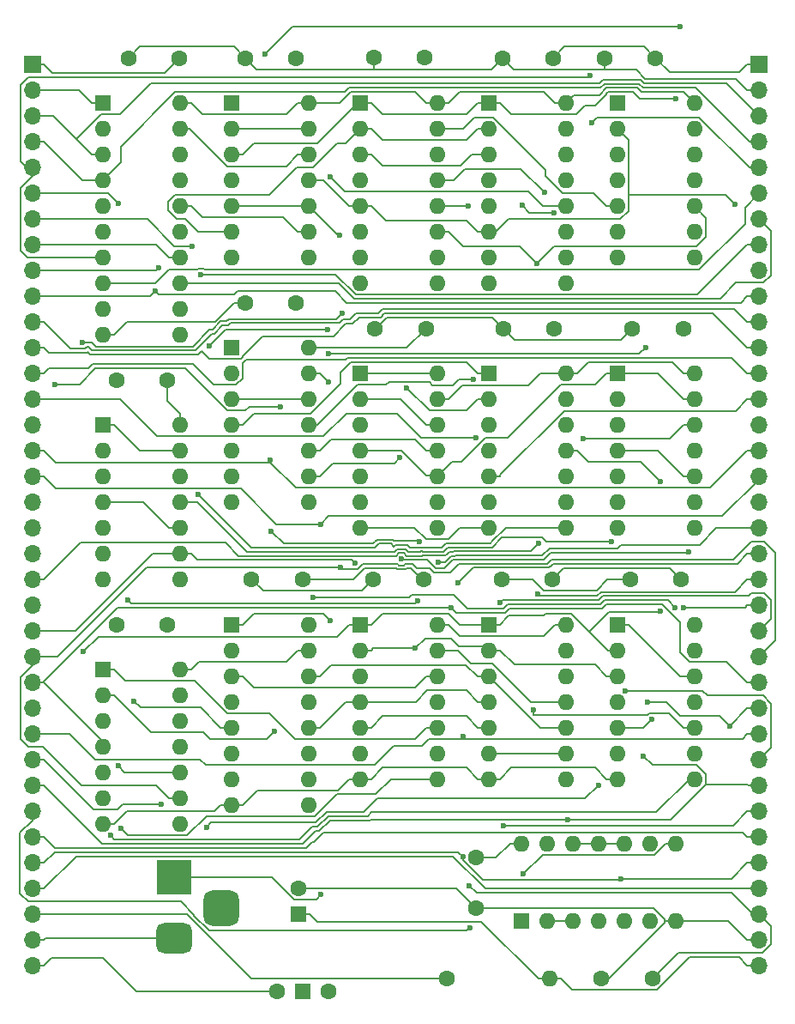
<source format=gbl>
G04 #@! TF.GenerationSoftware,KiCad,Pcbnew,8.0.9-8.0.9-0~ubuntu22.04.1*
G04 #@! TF.CreationDate,2025-06-29T10:29:02+10:00*
G04 #@! TF.ProjectId,UE14500-TTL,55453134-3530-4302-9d54-544c2e6b6963,rev?*
G04 #@! TF.SameCoordinates,Original*
G04 #@! TF.FileFunction,Copper,L2,Bot*
G04 #@! TF.FilePolarity,Positive*
%FSLAX46Y46*%
G04 Gerber Fmt 4.6, Leading zero omitted, Abs format (unit mm)*
G04 Created by KiCad (PCBNEW 8.0.9-8.0.9-0~ubuntu22.04.1) date 2025-06-29 10:29:02*
%MOMM*%
%LPD*%
G01*
G04 APERTURE LIST*
G04 Aperture macros list*
%AMRoundRect*
0 Rectangle with rounded corners*
0 $1 Rounding radius*
0 $2 $3 $4 $5 $6 $7 $8 $9 X,Y pos of 4 corners*
0 Add a 4 corners polygon primitive as box body*
4,1,4,$2,$3,$4,$5,$6,$7,$8,$9,$2,$3,0*
0 Add four circle primitives for the rounded corners*
1,1,$1+$1,$2,$3*
1,1,$1+$1,$4,$5*
1,1,$1+$1,$6,$7*
1,1,$1+$1,$8,$9*
0 Add four rect primitives between the rounded corners*
20,1,$1+$1,$2,$3,$4,$5,0*
20,1,$1+$1,$4,$5,$6,$7,0*
20,1,$1+$1,$6,$7,$8,$9,0*
20,1,$1+$1,$8,$9,$2,$3,0*%
G04 Aperture macros list end*
G04 #@! TA.AperFunction,ComponentPad*
%ADD10R,1.600000X1.600000*%
G04 #@! TD*
G04 #@! TA.AperFunction,ComponentPad*
%ADD11O,1.600000X1.600000*%
G04 #@! TD*
G04 #@! TA.AperFunction,ComponentPad*
%ADD12C,1.600000*%
G04 #@! TD*
G04 #@! TA.AperFunction,ComponentPad*
%ADD13R,1.700000X1.700000*%
G04 #@! TD*
G04 #@! TA.AperFunction,ComponentPad*
%ADD14O,1.700000X1.700000*%
G04 #@! TD*
G04 #@! TA.AperFunction,ComponentPad*
%ADD15R,1.500000X1.500000*%
G04 #@! TD*
G04 #@! TA.AperFunction,ComponentPad*
%ADD16R,3.500000X3.500000*%
G04 #@! TD*
G04 #@! TA.AperFunction,ComponentPad*
%ADD17RoundRect,0.750000X1.000000X-0.750000X1.000000X0.750000X-1.000000X0.750000X-1.000000X-0.750000X0*%
G04 #@! TD*
G04 #@! TA.AperFunction,ComponentPad*
%ADD18RoundRect,0.875000X0.875000X-0.875000X0.875000X0.875000X-0.875000X0.875000X-0.875000X-0.875000X0*%
G04 #@! TD*
G04 #@! TA.AperFunction,ViaPad*
%ADD19C,0.600000*%
G04 #@! TD*
G04 #@! TA.AperFunction,Conductor*
%ADD20C,0.200000*%
G04 #@! TD*
G04 APERTURE END LIST*
D10*
X109855000Y-108585000D03*
D11*
X109855000Y-111125000D03*
X109855000Y-113665000D03*
X109855000Y-116205000D03*
X109855000Y-118745000D03*
X109855000Y-121285000D03*
X109855000Y-123825000D03*
X109855000Y-126365000D03*
X117475000Y-126365000D03*
X117475000Y-123825000D03*
X117475000Y-121285000D03*
X117475000Y-118745000D03*
X117475000Y-116205000D03*
X117475000Y-113665000D03*
X117475000Y-111125000D03*
X117475000Y-108585000D03*
D12*
X129032000Y-79375000D03*
X124032000Y-79375000D03*
D10*
X122545000Y-57150000D03*
D11*
X122545000Y-59690000D03*
X122545000Y-62230000D03*
X122545000Y-64770000D03*
X122545000Y-67310000D03*
X122545000Y-69850000D03*
X122545000Y-72390000D03*
X122545000Y-74930000D03*
X130165000Y-74930000D03*
X130165000Y-72390000D03*
X130165000Y-69850000D03*
X130165000Y-67310000D03*
X130165000Y-64770000D03*
X130165000Y-62230000D03*
X130165000Y-59690000D03*
X130165000Y-57150000D03*
D10*
X122545000Y-83820000D03*
D11*
X122545000Y-86360000D03*
X122545000Y-88900000D03*
X122545000Y-91440000D03*
X122545000Y-93980000D03*
X122545000Y-96520000D03*
X122545000Y-99060000D03*
X130165000Y-99060000D03*
X130165000Y-96520000D03*
X130165000Y-93980000D03*
X130165000Y-91440000D03*
X130165000Y-88900000D03*
X130165000Y-86360000D03*
X130165000Y-83820000D03*
D10*
X147955000Y-108585000D03*
D11*
X147955000Y-111125000D03*
X147955000Y-113665000D03*
X147955000Y-116205000D03*
X147955000Y-118745000D03*
X147955000Y-121285000D03*
X147955000Y-123825000D03*
X155575000Y-123825000D03*
X155575000Y-121285000D03*
X155575000Y-118745000D03*
X155575000Y-116205000D03*
X155575000Y-113665000D03*
X155575000Y-111125000D03*
X155575000Y-108585000D03*
D13*
X90170000Y-53340000D03*
D14*
X90170000Y-55880000D03*
X90170000Y-58420000D03*
X90170000Y-60960000D03*
X90170000Y-63500000D03*
X90170000Y-66040000D03*
X90170000Y-68580000D03*
X90170000Y-71120000D03*
X90170000Y-73660000D03*
X90170000Y-76200000D03*
X90170000Y-78740000D03*
X90170000Y-81280000D03*
X90170000Y-83820000D03*
X90170000Y-86360000D03*
X90170000Y-88900000D03*
X90170000Y-91440000D03*
X90170000Y-93980000D03*
X90170000Y-96520000D03*
X90170000Y-99060000D03*
X90170000Y-101600000D03*
X90170000Y-104140000D03*
X90170000Y-106680000D03*
X90170000Y-109220000D03*
X90170000Y-111760000D03*
X90170000Y-114300000D03*
X90170000Y-116840000D03*
X90170000Y-119380000D03*
X90170000Y-121920000D03*
X90170000Y-124460000D03*
X90170000Y-127000000D03*
X90170000Y-129540000D03*
X90170000Y-132080000D03*
X90170000Y-134620000D03*
X90170000Y-137160000D03*
X90170000Y-139700000D03*
X90170000Y-142240000D03*
D15*
X116840000Y-144780000D03*
D12*
X114300000Y-144780000D03*
X119380000Y-144780000D03*
X116195000Y-52705000D03*
X111195000Y-52705000D03*
X151384000Y-143510000D03*
X146384000Y-143510000D03*
X131064000Y-143510000D03*
D11*
X141224000Y-143510000D03*
D12*
X128825000Y-104140000D03*
X123825000Y-104140000D03*
X116840000Y-104140000D03*
X111840000Y-104140000D03*
D10*
X116460000Y-137120000D03*
D12*
X116460000Y-134620000D03*
X103505000Y-108585000D03*
X98505000Y-108585000D03*
D16*
X104140000Y-133525000D03*
D17*
X104140000Y-139525000D03*
D18*
X108840000Y-136525000D03*
D10*
X135255000Y-83820000D03*
D11*
X135255000Y-86360000D03*
X135255000Y-88900000D03*
X135255000Y-91440000D03*
X135255000Y-93980000D03*
X135255000Y-96520000D03*
X135255000Y-99060000D03*
X142875000Y-99060000D03*
X142875000Y-96520000D03*
X142875000Y-93980000D03*
X142875000Y-91440000D03*
X142875000Y-88900000D03*
X142875000Y-86360000D03*
X142875000Y-83820000D03*
D12*
X154225000Y-104140000D03*
X149225000Y-104140000D03*
D10*
X135245000Y-57150000D03*
D11*
X135245000Y-59690000D03*
X135245000Y-62230000D03*
X135245000Y-64770000D03*
X135245000Y-67310000D03*
X135245000Y-69850000D03*
X135245000Y-72390000D03*
X135245000Y-74930000D03*
X142865000Y-74930000D03*
X142865000Y-72390000D03*
X142865000Y-69850000D03*
X142865000Y-67310000D03*
X142865000Y-64770000D03*
X142865000Y-62230000D03*
X142865000Y-59690000D03*
X142865000Y-57150000D03*
D10*
X122555000Y-108585000D03*
D11*
X122555000Y-111125000D03*
X122555000Y-113665000D03*
X122555000Y-116205000D03*
X122555000Y-118745000D03*
X122555000Y-121285000D03*
X122555000Y-123825000D03*
X130175000Y-123825000D03*
X130175000Y-121285000D03*
X130175000Y-118745000D03*
X130175000Y-116205000D03*
X130175000Y-113665000D03*
X130175000Y-111125000D03*
X130175000Y-108585000D03*
D12*
X103505000Y-84455000D03*
X98505000Y-84455000D03*
X133990000Y-131535000D03*
X133990000Y-136535000D03*
D10*
X97145000Y-88900000D03*
D11*
X97145000Y-91440000D03*
X97145000Y-93980000D03*
X97145000Y-96520000D03*
X97145000Y-99060000D03*
X97145000Y-101600000D03*
X97145000Y-104140000D03*
X104765000Y-104140000D03*
X104765000Y-101600000D03*
X104765000Y-99060000D03*
X104765000Y-96520000D03*
X104765000Y-93980000D03*
X104765000Y-91440000D03*
X104765000Y-88900000D03*
D12*
X154432000Y-79375000D03*
X149432000Y-79375000D03*
D10*
X109885000Y-57150000D03*
D11*
X109885000Y-59690000D03*
X109885000Y-62230000D03*
X109885000Y-64770000D03*
X109885000Y-67310000D03*
X109885000Y-69850000D03*
X109885000Y-72390000D03*
X117505000Y-72390000D03*
X117505000Y-69850000D03*
X117505000Y-67310000D03*
X117505000Y-64770000D03*
X117505000Y-62230000D03*
X117505000Y-59690000D03*
X117505000Y-57150000D03*
D10*
X138430000Y-137795000D03*
D11*
X140970000Y-137795000D03*
X143510000Y-137795000D03*
X146050000Y-137795000D03*
X148590000Y-137795000D03*
X151130000Y-137795000D03*
X153670000Y-137795000D03*
X153670000Y-130175000D03*
X151130000Y-130175000D03*
X148590000Y-130175000D03*
X146050000Y-130175000D03*
X143510000Y-130175000D03*
X140970000Y-130175000D03*
X138430000Y-130175000D03*
D12*
X141652000Y-79375000D03*
X136652000Y-79375000D03*
D10*
X109855000Y-81280000D03*
D11*
X109855000Y-83820000D03*
X109855000Y-86360000D03*
X109855000Y-88900000D03*
X109855000Y-91440000D03*
X109855000Y-93980000D03*
X109855000Y-96520000D03*
X117475000Y-96520000D03*
X117475000Y-93980000D03*
X117475000Y-91440000D03*
X117475000Y-88900000D03*
X117475000Y-86360000D03*
X117475000Y-83820000D03*
X117475000Y-81280000D03*
D12*
X104685000Y-52705000D03*
X99685000Y-52705000D03*
X128895000Y-52690000D03*
X123895000Y-52690000D03*
D10*
X97145000Y-57150000D03*
D11*
X97145000Y-59690000D03*
X97145000Y-62230000D03*
X97145000Y-64770000D03*
X97145000Y-67310000D03*
X97145000Y-69850000D03*
X97145000Y-72390000D03*
X97145000Y-74930000D03*
X97145000Y-77470000D03*
X97145000Y-80010000D03*
X104765000Y-80010000D03*
X104765000Y-77470000D03*
X104765000Y-74930000D03*
X104765000Y-72390000D03*
X104765000Y-69850000D03*
X104765000Y-67310000D03*
X104765000Y-64770000D03*
X104765000Y-62230000D03*
X104765000Y-59690000D03*
X104765000Y-57150000D03*
D10*
X97155000Y-113030000D03*
D11*
X97155000Y-115570000D03*
X97155000Y-118110000D03*
X97155000Y-120650000D03*
X97155000Y-123190000D03*
X97155000Y-125730000D03*
X97155000Y-128270000D03*
X104775000Y-128270000D03*
X104775000Y-125730000D03*
X104775000Y-123190000D03*
X104775000Y-120650000D03*
X104775000Y-118110000D03*
X104775000Y-115570000D03*
X104775000Y-113030000D03*
D12*
X116205000Y-76835000D03*
X111205000Y-76835000D03*
D10*
X147965000Y-83820000D03*
D11*
X147965000Y-86360000D03*
X147965000Y-88900000D03*
X147965000Y-91440000D03*
X147965000Y-93980000D03*
X147965000Y-96520000D03*
X147965000Y-99060000D03*
X155585000Y-99060000D03*
X155585000Y-96520000D03*
X155585000Y-93980000D03*
X155585000Y-91440000D03*
X155585000Y-88900000D03*
X155585000Y-86360000D03*
X155585000Y-83820000D03*
D10*
X147945000Y-57150000D03*
D11*
X147945000Y-59690000D03*
X147945000Y-62230000D03*
X147945000Y-64770000D03*
X147945000Y-67310000D03*
X147945000Y-69850000D03*
X147945000Y-72390000D03*
X155565000Y-72390000D03*
X155565000Y-69850000D03*
X155565000Y-67310000D03*
X155565000Y-64770000D03*
X155565000Y-62230000D03*
X155565000Y-59690000D03*
X155565000Y-57150000D03*
D13*
X161925000Y-53340000D03*
D14*
X161925000Y-55880000D03*
X161925000Y-58420000D03*
X161925000Y-60960000D03*
X161925000Y-63500000D03*
X161925000Y-66040000D03*
X161925000Y-68580000D03*
X161925000Y-71120000D03*
X161925000Y-73660000D03*
X161925000Y-76200000D03*
X161925000Y-78740000D03*
X161925000Y-81280000D03*
X161925000Y-83820000D03*
X161925000Y-86360000D03*
X161925000Y-88900000D03*
X161925000Y-91440000D03*
X161925000Y-93980000D03*
X161925000Y-96520000D03*
X161925000Y-99060000D03*
X161925000Y-101600000D03*
X161925000Y-104140000D03*
X161925000Y-106680000D03*
X161925000Y-109220000D03*
X161925000Y-111760000D03*
X161925000Y-114300000D03*
X161925000Y-116840000D03*
X161925000Y-119380000D03*
X161925000Y-121920000D03*
X161925000Y-124460000D03*
X161925000Y-127000000D03*
X161925000Y-129540000D03*
X161925000Y-132080000D03*
X161925000Y-134620000D03*
X161925000Y-137160000D03*
X161925000Y-139700000D03*
X161925000Y-142240000D03*
D12*
X151675000Y-52705000D03*
X146675000Y-52705000D03*
D10*
X135255000Y-108585000D03*
D11*
X135255000Y-111125000D03*
X135255000Y-113665000D03*
X135255000Y-116205000D03*
X135255000Y-118745000D03*
X135255000Y-121285000D03*
X135255000Y-123825000D03*
X142875000Y-123825000D03*
X142875000Y-121285000D03*
X142875000Y-118745000D03*
X142875000Y-116205000D03*
X142875000Y-113665000D03*
X142875000Y-111125000D03*
X142875000Y-108585000D03*
D12*
X141605000Y-52705000D03*
X136605000Y-52705000D03*
X141525000Y-104140000D03*
X136525000Y-104140000D03*
D19*
X133343600Y-134343400D03*
X136654300Y-128407900D03*
X133383100Y-138491600D03*
X131563900Y-106904000D03*
X132719800Y-119589300D03*
X150533700Y-121543700D03*
X143023300Y-127799900D03*
X113138400Y-52348700D03*
X102656200Y-73431300D03*
X154156100Y-49634100D03*
X106834600Y-74060600D03*
X148696900Y-115101700D03*
X146058600Y-124444000D03*
X102945100Y-126303500D03*
X107392000Y-128589000D03*
X145243900Y-54441600D03*
X145427400Y-59093300D03*
X118640500Y-98678100D03*
X97875800Y-129399500D03*
X150945800Y-116251500D03*
X159004000Y-118589400D03*
X113695000Y-92356300D03*
X122046400Y-102541300D03*
X136356700Y-106406600D03*
X152180500Y-107242700D03*
X95237200Y-111258000D03*
X154499600Y-106883200D03*
X98663300Y-67077000D03*
X114698500Y-87079100D03*
X92412500Y-84925300D03*
X153696300Y-56680800D03*
X134019300Y-90180000D03*
X120770500Y-77883400D03*
X95145100Y-80754000D03*
X159537400Y-67133700D03*
X130237200Y-102411600D03*
X98636900Y-122543900D03*
X99626900Y-106133400D03*
X128232100Y-106265300D03*
X120624500Y-102943000D03*
X148269500Y-133671200D03*
X132677200Y-131513300D03*
X126469600Y-92142000D03*
X127163800Y-85253500D03*
X98910600Y-128664000D03*
X132220400Y-104468500D03*
X105954900Y-71295800D03*
X140187700Y-100607500D03*
X140105900Y-105565100D03*
X102311700Y-75715300D03*
X118691000Y-135231000D03*
X126615900Y-102139700D03*
X120512300Y-70193900D03*
X154992100Y-101393600D03*
X140003500Y-72972700D03*
X140714300Y-65942400D03*
X152210300Y-94474500D03*
X133209300Y-67282600D03*
X151357900Y-117899200D03*
X119294900Y-79488800D03*
X107638800Y-81073200D03*
X119431200Y-81867600D03*
X150739800Y-81230200D03*
X114066300Y-119151700D03*
X128368500Y-100370000D03*
X113782700Y-99363900D03*
X141648300Y-67954400D03*
X138529900Y-67255100D03*
X133762000Y-84370800D03*
X119611400Y-64442900D03*
X153667100Y-106906400D03*
X117873700Y-105883600D03*
X119615100Y-108175700D03*
X147326500Y-100414100D03*
X119431200Y-84650700D03*
X128001900Y-110926200D03*
X139635500Y-117020000D03*
X138678900Y-133196800D03*
X144552700Y-90261900D03*
X106528400Y-95743400D03*
X100236200Y-116132000D03*
D20*
X123105900Y-123825000D02*
X122555000Y-123825000D01*
X124768000Y-122713700D02*
X133042000Y-122713700D01*
X123656700Y-123825000D02*
X124768000Y-122713700D01*
X91496700Y-139525000D02*
X91321700Y-139700000D01*
X108202100Y-78699900D02*
X108162000Y-78740000D01*
X146675000Y-53831600D02*
X137731600Y-53831600D01*
X153670000Y-137795000D02*
X158868300Y-137795000D01*
X148313800Y-80493200D02*
X137770200Y-80493200D01*
X146675000Y-53831600D02*
X146675000Y-52705000D01*
X108753300Y-126365000D02*
X108118300Y-127000000D01*
X160773300Y-55880000D02*
X159642700Y-54749400D01*
X109855000Y-126365000D02*
X110956700Y-126365000D01*
X123105900Y-123825000D02*
X123656700Y-123825000D01*
X123895000Y-53806700D02*
X112296700Y-53806700D01*
X122555000Y-123825000D02*
X121453300Y-123825000D01*
X153119200Y-137795000D02*
X153670000Y-137795000D01*
X121453300Y-123825000D02*
X120351600Y-124926700D01*
X104140000Y-139525000D02*
X91496700Y-139525000D01*
X147081600Y-143510000D02*
X152568300Y-138023300D01*
X123895000Y-53806700D02*
X135503300Y-53806700D01*
X100801900Y-51588100D02*
X99685000Y-52705000D01*
X109855000Y-126365000D02*
X108753300Y-126365000D01*
X159642700Y-54749400D02*
X150690800Y-54749400D01*
X122545000Y-99060000D02*
X123646700Y-99060000D01*
X134153300Y-99060000D02*
X132379300Y-99060000D01*
X152568300Y-137628000D02*
X152568300Y-137795000D01*
X149432000Y-79375000D02*
X148313800Y-80493200D01*
X150690800Y-54749400D02*
X149773000Y-53831600D01*
X132379300Y-99060000D02*
X131257700Y-100181600D01*
X135255000Y-123825000D02*
X136356700Y-123825000D01*
X145742000Y-122713700D02*
X146853300Y-123825000D01*
X108162000Y-78740000D02*
X99516700Y-78740000D01*
X152568300Y-138023300D02*
X152568300Y-137795000D01*
X97145000Y-57150000D02*
X96043300Y-57150000D01*
X90170000Y-55880000D02*
X94773300Y-55880000D01*
X111195000Y-52705000D02*
X110078100Y-51588100D01*
X135503300Y-53806700D02*
X136605000Y-52705000D01*
X151475300Y-136535000D02*
X152568300Y-137628000D01*
X136356700Y-123825000D02*
X137468000Y-122713700D01*
X158868300Y-137795000D02*
X160773300Y-139700000D01*
X111205000Y-76835000D02*
X110067000Y-76835000D01*
X99526700Y-127000000D02*
X98256700Y-128270000D01*
X108118300Y-127000000D02*
X99526700Y-127000000D01*
X153119200Y-137795000D02*
X152568300Y-137795000D01*
X125137400Y-78271700D02*
X135548700Y-78271700D01*
X140637200Y-105245500D02*
X139531700Y-104140000D01*
X149773000Y-53831600D02*
X146675000Y-53831600D01*
X124034100Y-79375000D02*
X125137400Y-78271700D01*
X135255000Y-99060000D02*
X134153300Y-99060000D01*
X99516700Y-78740000D02*
X98246700Y-80010000D01*
X139531700Y-104140000D02*
X136525000Y-104140000D01*
X133042000Y-122713700D02*
X134153300Y-123825000D01*
X146976400Y-104140000D02*
X145917700Y-105198700D01*
X90170000Y-139700000D02*
X91321700Y-139700000D01*
X112395000Y-124926700D02*
X110956700Y-126365000D01*
X137770200Y-80493200D02*
X136652000Y-79375000D01*
X97145000Y-80010000D02*
X98246700Y-80010000D01*
X124032000Y-79375000D02*
X124034100Y-79375000D01*
X129031000Y-100181600D02*
X127909400Y-99060000D01*
X120351600Y-124926700D02*
X112395000Y-124926700D01*
X133990000Y-136535000D02*
X151475300Y-136535000D01*
X112967500Y-105267500D02*
X111840000Y-104140000D01*
X137731600Y-53831600D02*
X136605000Y-52705000D01*
X97155000Y-128270000D02*
X98256700Y-128270000D01*
X147955000Y-123825000D02*
X146853300Y-123825000D01*
X145917700Y-105198700D02*
X145870900Y-105245500D01*
X108382900Y-78519100D02*
X108202100Y-78699900D01*
X112296700Y-53806700D02*
X111195000Y-52705000D01*
X131257700Y-100181600D02*
X129031000Y-100181600D01*
X149225000Y-104140000D02*
X146976400Y-104140000D01*
X135255000Y-123825000D02*
X134153300Y-123825000D01*
X110078100Y-51588100D02*
X100801900Y-51588100D01*
X94773300Y-55880000D02*
X96043300Y-57150000D01*
X132075000Y-134620000D02*
X133990000Y-136535000D01*
X161925000Y-55880000D02*
X160773300Y-55880000D01*
X127909400Y-99060000D02*
X123646700Y-99060000D01*
X108382900Y-78519100D02*
X108202100Y-78699900D01*
X135548700Y-78271700D02*
X136652000Y-79375000D01*
X137468000Y-122713700D02*
X145742000Y-122713700D01*
X122697500Y-105267500D02*
X112967500Y-105267500D01*
X116460000Y-134620000D02*
X132075000Y-134620000D01*
X123895000Y-52690000D02*
X123895000Y-53806700D01*
X123825000Y-104140000D02*
X122697500Y-105267500D01*
X146384000Y-143510000D02*
X147081600Y-143510000D01*
X161925000Y-139700000D02*
X160773300Y-139700000D01*
X145917700Y-105198700D02*
X145870900Y-105245500D01*
X145870900Y-105245500D02*
X140637200Y-105245500D01*
X110067000Y-76835000D02*
X108382900Y-78519100D01*
X142635700Y-103029300D02*
X153114300Y-103029300D01*
X159948400Y-141415100D02*
X160773300Y-142240000D01*
X116373300Y-111125000D02*
X115247300Y-112251000D01*
X145078400Y-82718300D02*
X143976700Y-83820000D01*
X103247400Y-54142600D02*
X92124300Y-54142600D01*
X132368400Y-56048300D02*
X131266700Y-57150000D01*
X117475000Y-81280000D02*
X118576700Y-81280000D01*
X127141100Y-81265900D02*
X118590800Y-81265900D01*
X116460000Y-137120000D02*
X117561700Y-137120000D01*
X141525000Y-104140000D02*
X142635700Y-103029300D01*
X141773300Y-108585000D02*
X140644900Y-109713400D01*
X121620000Y-56048300D02*
X121443300Y-56225000D01*
X114300000Y-144780000D02*
X100440300Y-144780000D01*
X127031400Y-103143100D02*
X127156300Y-103018200D01*
X155067300Y-141415100D02*
X159948400Y-141415100D01*
X115247300Y-112251000D02*
X106655700Y-112251000D01*
X117505000Y-57150000D02*
X116403300Y-57150000D01*
X153091700Y-54121700D02*
X159991600Y-54121700D01*
X143664999Y-56350001D02*
X146150299Y-56350001D01*
X104765000Y-88900000D02*
X104765000Y-87798300D01*
X92103500Y-141458200D02*
X91321700Y-142240000D01*
X104765000Y-57150000D02*
X105866700Y-57150000D01*
X133990000Y-131535000D02*
X135968300Y-131535000D01*
X115274900Y-58278400D02*
X106995100Y-58278400D01*
X151675000Y-52705000D02*
X150549400Y-51579400D01*
X154483300Y-83820000D02*
X153381600Y-82718300D01*
X121443300Y-56225100D02*
X120518400Y-57150000D01*
X101123300Y-96520000D02*
X103663300Y-99060000D01*
X104765000Y-99060000D02*
X103663300Y-99060000D01*
X134491200Y-137878900D02*
X118320600Y-137878900D01*
X132405100Y-109713400D02*
X131276700Y-108585000D01*
X126075600Y-103018200D02*
X126200500Y-103143100D01*
X127961600Y-56048300D02*
X121620000Y-56048300D01*
X140307800Y-83820000D02*
X142875000Y-83820000D01*
X126200500Y-103143100D02*
X127031400Y-103143100D01*
X132654200Y-84972500D02*
X139155300Y-84972500D01*
X146853700Y-55646600D02*
X149883900Y-55646600D01*
X90170000Y-142240000D02*
X91321700Y-142240000D01*
X142325700Y-143510000D02*
X143439100Y-144623400D01*
X104765000Y-87798300D02*
X103505000Y-86538300D01*
X149883900Y-55646600D02*
X150316400Y-56079100D01*
X161925000Y-53340000D02*
X160773300Y-53340000D01*
X127156300Y-103018200D02*
X127562500Y-103018200D01*
X140661600Y-56048300D02*
X132368400Y-56048300D01*
X141224000Y-143510000D02*
X142325700Y-143510000D01*
X131266700Y-86360000D02*
X132654200Y-84972500D01*
X140122300Y-143510000D02*
X134491200Y-137878900D01*
X142875000Y-83820000D02*
X143976700Y-83820000D01*
X116403300Y-57150000D02*
X115274900Y-58278400D01*
X90170000Y-53340000D02*
X91321700Y-53340000D01*
X139155300Y-84972500D02*
X140307800Y-83820000D01*
X104685000Y-52705000D02*
X103247400Y-54142600D01*
X140673200Y-143510000D02*
X140122300Y-143510000D01*
X121443300Y-56225000D02*
X121443300Y-56225100D01*
X130165000Y-57150000D02*
X129063300Y-57150000D01*
X141763300Y-57150000D02*
X140661600Y-56048300D01*
X155585000Y-93980000D02*
X154483300Y-93980000D01*
X161925000Y-142240000D02*
X160773300Y-142240000D01*
X135968300Y-131535000D02*
X137328300Y-130175000D01*
X130165000Y-86360000D02*
X131266700Y-86360000D01*
X130165000Y-57150000D02*
X131266700Y-57150000D01*
X122988400Y-103018200D02*
X126075600Y-103018200D01*
X118320600Y-137878900D02*
X117561700Y-137120000D01*
X142865000Y-57150000D02*
X143664999Y-56350001D01*
X106655700Y-112251000D02*
X105876700Y-113030000D01*
X151675000Y-52705000D02*
X153091700Y-54121700D01*
X146150299Y-56350001D02*
X146853700Y-55646600D01*
X129063300Y-57150000D02*
X127961600Y-56048300D01*
X121866600Y-104140000D02*
X122988400Y-103018200D01*
X159991600Y-54121700D02*
X160773300Y-53340000D01*
X154483300Y-93980000D02*
X151943300Y-91440000D01*
X120518400Y-57150000D02*
X117505000Y-57150000D01*
X92124300Y-54142600D02*
X91321700Y-53340000D01*
X153114300Y-103029300D02*
X154225000Y-104140000D01*
X147965000Y-91440000D02*
X149066700Y-91440000D01*
X142730600Y-51579400D02*
X141605000Y-52705000D01*
X142865000Y-57150000D02*
X141763300Y-57150000D01*
X154494100Y-56079100D02*
X155565000Y-57150000D01*
X106995100Y-58278400D02*
X105866700Y-57150000D01*
X150316400Y-56079100D02*
X154494100Y-56079100D01*
X130175000Y-108585000D02*
X131276700Y-108585000D01*
X122545000Y-83820000D02*
X130165000Y-83820000D01*
X129032000Y-79375000D02*
X127141100Y-81265900D01*
X118590800Y-81265900D02*
X118576700Y-81280000D01*
X138430000Y-130175000D02*
X137328300Y-130175000D01*
X150549400Y-51579400D02*
X142730600Y-51579400D01*
X140644900Y-109713400D02*
X132405100Y-109713400D01*
X155585000Y-83820000D02*
X154483300Y-83820000D01*
X143439100Y-144623400D02*
X151859000Y-144623400D01*
X153381600Y-82718300D02*
X145078400Y-82718300D01*
X151943300Y-91440000D02*
X149066700Y-91440000D01*
X140673200Y-143510000D02*
X141224000Y-143510000D01*
X97118500Y-141458200D02*
X92103500Y-141458200D01*
X117475000Y-111125000D02*
X116373300Y-111125000D01*
X142875000Y-108585000D02*
X141773300Y-108585000D01*
X127562500Y-103018200D02*
X128684300Y-104140000D01*
X103505000Y-86538300D02*
X103505000Y-84455000D01*
X128684300Y-104140000D02*
X128825000Y-104140000D01*
X97145000Y-96520000D02*
X101123300Y-96520000D01*
X151859000Y-144623400D02*
X155067300Y-141415100D01*
X104775000Y-113030000D02*
X105876700Y-113030000D01*
X100440300Y-144780000D02*
X97118500Y-141458200D01*
X116840000Y-104140000D02*
X121866600Y-104140000D01*
X111788200Y-143510000D02*
X131064000Y-143510000D01*
X163124100Y-140143900D02*
X162299500Y-140968500D01*
X163124100Y-138359100D02*
X163124100Y-140143900D01*
X132536800Y-92541700D02*
X134908500Y-90170000D01*
X142341300Y-84921700D02*
X145761600Y-84921700D01*
X126618500Y-91440000D02*
X122545000Y-91440000D01*
X161925000Y-137160000D02*
X163124100Y-138359100D01*
X129063300Y-93884800D02*
X130069800Y-93884800D01*
X130069800Y-93884800D02*
X130165000Y-93980000D01*
X90170000Y-137160000D02*
X105438200Y-137160000D01*
X100786700Y-91440000D02*
X104765000Y-91440000D01*
X147965000Y-83820000D02*
X146863300Y-83820000D01*
X131603300Y-92541700D02*
X132536800Y-92541700D01*
X145761600Y-84921700D02*
X146863300Y-83820000D01*
X159226300Y-135037100D02*
X134037300Y-135037100D01*
X161925000Y-137160000D02*
X161925000Y-137735800D01*
X137093000Y-90170000D02*
X142341300Y-84921700D01*
X105438200Y-137160000D02*
X111788200Y-143510000D01*
X98246700Y-88900000D02*
X100786700Y-91440000D01*
X97145000Y-88900000D02*
X98246700Y-88900000D01*
X151943300Y-83820000D02*
X147965000Y-83820000D01*
X129063300Y-93884800D02*
X126618500Y-91440000D01*
X154483300Y-86360000D02*
X151943300Y-83820000D01*
X130165000Y-93980000D02*
X131603300Y-92541700D01*
X162299500Y-140968500D02*
X153925500Y-140968500D01*
X153925500Y-140968500D02*
X151384000Y-143510000D01*
X134908500Y-90170000D02*
X137093000Y-90170000D01*
X155585000Y-86360000D02*
X154483300Y-86360000D01*
X134037300Y-135037100D02*
X133343600Y-134343400D01*
X161925000Y-137735800D02*
X159226300Y-135037100D01*
X104816300Y-135890000D02*
X106131600Y-137205300D01*
X106131600Y-137205300D02*
X106131600Y-137285400D01*
X88961600Y-135103700D02*
X89747900Y-135890000D01*
X133089800Y-138784900D02*
X133383100Y-138491600D01*
X90170000Y-127883200D02*
X88961600Y-129091600D01*
X106131600Y-137285400D02*
X107631100Y-138784900D01*
X161925000Y-127000000D02*
X160773300Y-127000000D01*
X159365400Y-128407900D02*
X160773300Y-127000000D01*
X107631100Y-138784900D02*
X133089800Y-138784900D01*
X136654300Y-128407900D02*
X159365400Y-128407900D01*
X88961600Y-129091600D02*
X88961600Y-135103700D01*
X89747900Y-135890000D02*
X104816300Y-135890000D01*
X90170000Y-127000000D02*
X90170000Y-127883200D01*
X91321700Y-134620000D02*
X94492000Y-131449700D01*
X134906800Y-134620000D02*
X161925000Y-134620000D01*
X131736500Y-131449700D02*
X134906800Y-134620000D01*
X90170000Y-134620000D02*
X91321700Y-134620000D01*
X94492000Y-131449700D02*
X131736500Y-131449700D01*
X161925000Y-114300000D02*
X160773300Y-114300000D01*
X152382100Y-106570100D02*
X154160700Y-108348700D01*
X97155000Y-120650000D02*
X97155000Y-120133300D01*
X154160700Y-111332300D02*
X155081800Y-112253400D01*
X91135000Y-114300000D02*
X91228400Y-114300000D01*
X90745900Y-114300000D02*
X91135000Y-114300000D01*
X146418100Y-106970300D02*
X146818300Y-106570100D01*
X146818300Y-106570100D02*
X152382100Y-106570100D01*
X98624400Y-106904000D02*
X131563900Y-106904000D01*
X132070000Y-107410100D02*
X136842700Y-107410100D01*
X136842700Y-107410100D02*
X137282500Y-106970300D01*
X91321700Y-114300000D02*
X91228400Y-114300000D01*
X90170000Y-114300000D02*
X90745900Y-114300000D01*
X131563900Y-106904000D02*
X132070000Y-107410100D01*
X137282500Y-106970300D02*
X146418100Y-106970300D01*
X97155000Y-120133300D02*
X91321700Y-114300000D01*
X91228400Y-114300000D02*
X98624400Y-106904000D01*
X158726700Y-112253400D02*
X160773300Y-114300000D01*
X155081800Y-112253400D02*
X158726700Y-112253400D01*
X154160700Y-108348700D02*
X154160700Y-111332300D01*
X93861700Y-119380000D02*
X96401700Y-121920000D01*
X96401700Y-121920000D02*
X106759800Y-121920000D01*
X128635600Y-120551300D02*
X128801900Y-120385000D01*
X128801900Y-120385000D02*
X129329700Y-119857200D01*
X128635600Y-120551300D02*
X128801900Y-120385000D01*
X107271400Y-122431600D02*
X124015700Y-122431600D01*
X160296100Y-119857200D02*
X160773300Y-119380000D01*
X106759800Y-121920000D02*
X107271400Y-122431600D01*
X132719800Y-119857200D02*
X160296100Y-119857200D01*
X90170000Y-119380000D02*
X93861700Y-119380000D01*
X125896000Y-120551300D02*
X128635600Y-120551300D01*
X129329700Y-119857200D02*
X132719800Y-119857200D01*
X132719800Y-119589300D02*
X132719800Y-119857200D01*
X161925000Y-119380000D02*
X160773300Y-119380000D01*
X124015700Y-122431600D02*
X125896000Y-120551300D01*
X118516700Y-128924100D02*
X119547000Y-127893800D01*
X123446000Y-127893800D02*
X123539900Y-127799900D01*
X118149600Y-128924100D02*
X118516700Y-128924100D01*
X160753900Y-124339700D02*
X160874200Y-124460000D01*
X151416500Y-122426500D02*
X155742500Y-122426500D01*
X156699000Y-124339700D02*
X160753900Y-124339700D01*
X156699000Y-124339700D02*
X153238800Y-127799900D01*
X97064600Y-130202900D02*
X116870800Y-130202900D01*
X161925000Y-124460000D02*
X160874200Y-124460000D01*
X143510000Y-137795000D02*
X140970000Y-137795000D01*
X153238800Y-127799900D02*
X143023300Y-127799900D01*
X150533700Y-121543700D02*
X151416500Y-122426500D01*
X116870800Y-130202900D02*
X118149600Y-128924100D01*
X119547000Y-127893800D02*
X123446000Y-127893800D01*
X155742500Y-122426500D02*
X156699000Y-123383000D01*
X90170000Y-124460000D02*
X91321700Y-124460000D01*
X123539900Y-127799900D02*
X143023300Y-127799900D01*
X91321700Y-124460000D02*
X97064600Y-130202900D01*
X156699000Y-123383000D02*
X156699000Y-124339700D01*
X115853000Y-49634100D02*
X154156100Y-49634100D01*
X113138400Y-52348700D02*
X115853000Y-49634100D01*
X102427500Y-73660000D02*
X102656200Y-73431300D01*
X90170000Y-73660000D02*
X102427500Y-73660000D01*
X146521100Y-54843200D02*
X150216600Y-54843200D01*
X98805700Y-58278400D02*
X101874700Y-55209400D01*
X158714400Y-55209400D02*
X161925000Y-58420000D01*
X150216600Y-54843200D02*
X150582800Y-55209400D01*
X96043300Y-62230000D02*
X94533200Y-60719800D01*
X94533200Y-60719800D02*
X96974600Y-58278400D01*
X146154900Y-55209400D02*
X146521100Y-54843200D01*
X101874700Y-55209400D02*
X146154900Y-55209400D01*
X97145000Y-62230000D02*
X96043300Y-62230000D01*
X94533200Y-60719800D02*
X92233300Y-58420000D01*
X92233300Y-58420000D02*
X90170000Y-58420000D01*
X96974600Y-58278400D02*
X98805700Y-58278400D01*
X150582800Y-55209400D02*
X158714400Y-55209400D01*
X161925000Y-71120000D02*
X160773300Y-71120000D01*
X102393300Y-71120000D02*
X90170000Y-71120000D01*
X155861600Y-76031700D02*
X160773300Y-71120000D01*
X104214200Y-72390000D02*
X104765000Y-72390000D01*
X122088600Y-76031700D02*
X155861600Y-76031700D01*
X106834600Y-74060600D02*
X120117500Y-74060600D01*
X104214200Y-72390000D02*
X103663300Y-72390000D01*
X120117500Y-74060600D02*
X122088600Y-76031700D01*
X103663300Y-72390000D02*
X102393300Y-71120000D01*
X124265900Y-125738000D02*
X122913500Y-127090400D01*
X90170000Y-121920000D02*
X91321700Y-121920000D01*
X122913500Y-127090400D02*
X119214400Y-127090400D01*
X118184100Y-128120700D02*
X107860300Y-128120700D01*
X156371200Y-115101700D02*
X148696900Y-115101700D01*
X107860300Y-128120700D02*
X107392000Y-128589000D01*
X99097600Y-126303500D02*
X98564400Y-126836700D01*
X146058600Y-124444000D02*
X144764600Y-125738000D01*
X162329800Y-115597500D02*
X156867000Y-115597500D01*
X98564400Y-126836700D02*
X96238400Y-126836700D01*
X161925000Y-121920000D02*
X163106200Y-120738800D01*
X163106200Y-116373900D02*
X162329800Y-115597500D01*
X119214400Y-127090400D02*
X118184100Y-128120700D01*
X96238400Y-126836700D02*
X91321700Y-121920000D01*
X163106200Y-120738800D02*
X163106200Y-116373900D01*
X102945100Y-126303500D02*
X99097600Y-126303500D01*
X156867000Y-115597500D02*
X156371200Y-115101700D01*
X144764600Y-125738000D02*
X124265900Y-125738000D01*
X89012000Y-71669600D02*
X89732400Y-72390000D01*
X156023800Y-58571500D02*
X145949200Y-58571500D01*
X145949200Y-58571500D02*
X145427400Y-59093300D01*
X88998500Y-55341200D02*
X88998500Y-62904300D01*
X90170000Y-63500000D02*
X90170000Y-64075800D01*
X145243900Y-54441600D02*
X145102100Y-54583400D01*
X90170000Y-64363800D02*
X89882100Y-64651700D01*
X90170000Y-63500000D02*
X90170000Y-64363800D01*
X88998500Y-62904300D02*
X90170000Y-64075800D01*
X89012000Y-65521800D02*
X89012000Y-71669600D01*
X161925000Y-63500000D02*
X160952300Y-63500000D01*
X89756300Y-54583400D02*
X88998500Y-55341200D01*
X89732400Y-72390000D02*
X97145000Y-72390000D01*
X145102100Y-54583400D02*
X89756300Y-54583400D01*
X160952300Y-63500000D02*
X156023800Y-58571500D01*
X89882100Y-64651700D02*
X89012000Y-65521800D01*
X120541900Y-78840600D02*
X109765400Y-78840600D01*
X124768800Y-77468300D02*
X124533400Y-77703700D01*
X120897400Y-78485100D02*
X120541900Y-78840600D01*
X90170000Y-78740000D02*
X91321700Y-78740000D01*
X124533400Y-77703700D02*
X124367100Y-77870000D01*
X107895300Y-79905000D02*
X106255100Y-81545200D01*
X124367100Y-77870000D02*
X122123000Y-77870000D01*
X160773300Y-78740000D02*
X159501600Y-77468300D01*
X161925000Y-78740000D02*
X160773300Y-78740000D01*
X95605000Y-81145000D02*
X95394300Y-81355700D01*
X159501600Y-77468300D02*
X124768800Y-77468300D01*
X95394300Y-81355700D02*
X93937400Y-81355700D01*
X95678300Y-81145000D02*
X95605000Y-81145000D01*
X109765400Y-78840600D02*
X109518900Y-79087100D01*
X93937400Y-81355700D02*
X91321700Y-78740000D01*
X121507900Y-78485100D02*
X120897400Y-78485100D01*
X106255100Y-81545200D02*
X96078500Y-81545200D01*
X96078500Y-81545200D02*
X95678300Y-81145000D01*
X108133100Y-79905000D02*
X107895300Y-79905000D01*
X109518900Y-79087100D02*
X108951000Y-79087100D01*
X108951000Y-79087100D02*
X108133100Y-79905000D01*
X122123000Y-77870000D02*
X121507900Y-78485100D01*
X124533400Y-77703700D02*
X124367100Y-77870000D01*
X133575300Y-62230000D02*
X132464200Y-63341100D01*
X114295800Y-98678100D02*
X110749400Y-95131700D01*
X124757800Y-63341100D02*
X123646700Y-62230000D01*
X132464200Y-63341100D02*
X124757800Y-63341100D01*
X118640500Y-98678100D02*
X114295800Y-98678100D01*
X135245000Y-62230000D02*
X134143300Y-62230000D01*
X119413600Y-97905000D02*
X118640500Y-98678100D01*
X161925000Y-93980000D02*
X161925000Y-94294700D01*
X122545000Y-62230000D02*
X123646700Y-62230000D01*
X90170000Y-93980000D02*
X91321700Y-93980000D01*
X110749400Y-95131700D02*
X92473400Y-95131700D01*
X134143300Y-62230000D02*
X133575300Y-62230000D01*
X158314700Y-97905000D02*
X119413600Y-97905000D01*
X92473400Y-95131700D02*
X91321700Y-93980000D01*
X161925000Y-94294700D02*
X158314700Y-97905000D01*
X135667000Y-58543100D02*
X140843300Y-63719400D01*
X123681300Y-127090400D02*
X151758800Y-127090400D01*
X98277500Y-129801200D02*
X116503600Y-129801200D01*
X132673100Y-59690000D02*
X133820000Y-58543100D01*
X142569700Y-66040000D02*
X145573300Y-66040000D01*
X130165000Y-59690000D02*
X132673100Y-59690000D01*
X140843300Y-63719400D02*
X140843300Y-64313600D01*
X116503600Y-129801200D02*
X117782400Y-128522400D01*
X97875800Y-129399500D02*
X98277500Y-129801200D01*
X155575000Y-123825000D02*
X155024200Y-123825000D01*
X140843300Y-64313600D02*
X142569700Y-66040000D01*
X159004000Y-118589400D02*
X158031100Y-117616500D01*
X118350400Y-128522400D02*
X119380700Y-127492100D01*
X119380700Y-127492100D02*
X123279600Y-127492100D01*
X133820000Y-58543100D02*
X135667000Y-58543100D01*
X117782400Y-128522400D02*
X118350400Y-128522400D01*
X145573300Y-66040000D02*
X146843300Y-67310000D01*
X123279600Y-127492100D02*
X123681300Y-127090400D01*
X151758800Y-127090400D02*
X155024200Y-123825000D01*
X154101500Y-117616500D02*
X152736500Y-116251500D01*
X152736500Y-116251500D02*
X150945800Y-116251500D01*
X160753400Y-116840000D02*
X159004000Y-118589400D01*
X147945000Y-67310000D02*
X146843300Y-67310000D01*
X158031100Y-117616500D02*
X154101500Y-117616500D01*
X161925000Y-116840000D02*
X160753400Y-116840000D01*
X113550600Y-66208300D02*
X116258900Y-63500000D01*
X135245000Y-59690000D02*
X134143300Y-59690000D01*
X157116100Y-95097200D02*
X116200700Y-95097200D01*
X133032100Y-60801200D02*
X124757900Y-60801200D01*
X161925000Y-91440000D02*
X160773300Y-91440000D01*
X103605900Y-67714200D02*
X103605900Y-66900800D01*
X117934500Y-63500000D02*
X120306200Y-61128300D01*
X123095900Y-59690000D02*
X123646700Y-59690000D01*
X134143300Y-59690000D02*
X133032100Y-60801200D01*
X116258900Y-63500000D02*
X117934500Y-63500000D01*
X105295000Y-68580000D02*
X104471700Y-68580000D01*
X160773300Y-91440000D02*
X157116100Y-95097200D01*
X124757900Y-60801200D02*
X123646700Y-59690000D01*
X113695000Y-92591500D02*
X92473200Y-92591500D01*
X109885000Y-69850000D02*
X106565000Y-69850000D01*
X113695000Y-92591500D02*
X113695000Y-92356300D01*
X104471700Y-68580000D02*
X103605900Y-67714200D01*
X122545000Y-59690000D02*
X121106700Y-61128300D01*
X123095900Y-59690000D02*
X122545000Y-59690000D01*
X90170000Y-91440000D02*
X91321700Y-91440000D01*
X116200700Y-95097200D02*
X113695000Y-92591500D01*
X92473200Y-92591500D02*
X91321700Y-91440000D01*
X121106700Y-61128300D02*
X120306200Y-61128300D01*
X106565000Y-69850000D02*
X105295000Y-68580000D01*
X103605900Y-66900800D02*
X104298400Y-66208300D01*
X104298400Y-66208300D02*
X113550600Y-66208300D01*
X104315000Y-101600000D02*
X103663300Y-101600000D01*
X94422200Y-109220000D02*
X91321700Y-109220000D01*
X124768100Y-117633600D02*
X133041900Y-117633600D01*
X146085500Y-106166900D02*
X136596400Y-106166900D01*
X133041900Y-117633600D02*
X134153300Y-118745000D01*
X90170000Y-109220000D02*
X91321700Y-109220000D01*
X161925000Y-109220000D02*
X163092300Y-108052700D01*
X160915500Y-105766700D02*
X146485700Y-105766700D01*
X102042200Y-101600000D02*
X94422200Y-109220000D01*
X163092300Y-106141600D02*
X162467100Y-105516400D01*
X106477600Y-102210900D02*
X121716000Y-102210900D01*
X104765000Y-101600000D02*
X105866700Y-101600000D01*
X135255000Y-118745000D02*
X134153300Y-118745000D01*
X162467100Y-105516400D02*
X161165800Y-105516400D01*
X136596400Y-106166900D02*
X136356700Y-106406600D01*
X105866700Y-101600000D02*
X106477600Y-102210900D01*
X123656700Y-118745000D02*
X124768100Y-117633600D01*
X103663300Y-101600000D02*
X102042200Y-101600000D01*
X163092300Y-108052700D02*
X163092300Y-106141600D01*
X122555000Y-118745000D02*
X123656700Y-118745000D01*
X146485700Y-105766700D02*
X146085500Y-106166900D01*
X104315000Y-101600000D02*
X104765000Y-101600000D01*
X121716000Y-102210900D02*
X122046400Y-102541300D01*
X161165800Y-105516400D02*
X160915500Y-105766700D01*
X160570100Y-106883200D02*
X160773300Y-106680000D01*
X123656700Y-108585000D02*
X124758400Y-107483300D01*
X137149500Y-107792200D02*
X137151600Y-107792200D01*
X136356700Y-108585000D02*
X137149500Y-107792200D01*
X146520510Y-110654490D02*
X145156100Y-109290000D01*
X135255000Y-108585000D02*
X134153300Y-108585000D01*
X122555000Y-108585000D02*
X121453300Y-108585000D01*
X146991020Y-111125000D02*
X146520510Y-110654490D01*
X147955000Y-111125000D02*
X146991020Y-111125000D01*
X145156100Y-109290000D02*
X147117800Y-107328300D01*
X131231300Y-107483300D02*
X132333000Y-108585000D01*
X122555000Y-108585000D02*
X123656700Y-108585000D01*
X135255000Y-108585000D02*
X136356700Y-108585000D01*
X140631200Y-107658300D02*
X140806200Y-107483300D01*
X161925000Y-106680000D02*
X160773300Y-106680000D01*
X132333000Y-108585000D02*
X134153300Y-108585000D01*
X96689300Y-109805900D02*
X120232400Y-109805900D01*
X137285500Y-107658300D02*
X140631200Y-107658300D01*
X137151600Y-107792200D02*
X137285500Y-107658300D01*
X154499600Y-106883200D02*
X160570100Y-106883200D01*
X140806200Y-107483300D02*
X143349300Y-107483300D01*
X143349300Y-107483300D02*
X145156100Y-109290000D01*
X124758400Y-107483300D02*
X131231300Y-107483300D01*
X152094900Y-107328300D02*
X152180500Y-107242700D01*
X147117800Y-107328300D02*
X152094900Y-107328300D01*
X120232400Y-109805900D02*
X121453300Y-108585000D01*
X95237200Y-111258000D02*
X96689300Y-109805900D01*
X103654200Y-73588700D02*
X102312900Y-74930000D01*
X107083800Y-73458900D02*
X106585500Y-73458900D01*
X106455700Y-73588700D02*
X103654200Y-73588700D01*
X155987700Y-73588700D02*
X107213600Y-73588700D01*
X160535200Y-69041200D02*
X155987700Y-73588700D01*
X98663300Y-67077000D02*
X97626300Y-66040000D01*
X102312900Y-74930000D02*
X97145000Y-74930000D01*
X161925000Y-66040000D02*
X160535200Y-67429800D01*
X160535200Y-67429800D02*
X160535200Y-69041200D01*
X106585500Y-73458900D02*
X106455700Y-73588700D01*
X97626300Y-66040000D02*
X90170000Y-66040000D01*
X107213600Y-73588700D02*
X107083800Y-73458900D01*
X122545000Y-57150000D02*
X122334500Y-57150000D01*
X143866100Y-58251700D02*
X137448400Y-58251700D01*
X96417900Y-83340800D02*
X94833400Y-84925300D01*
X122545000Y-57150000D02*
X123646700Y-57150000D01*
X153696300Y-56680800D02*
X150148600Y-56680800D01*
X122334500Y-57150000D02*
X118356200Y-61128300D01*
X133041600Y-58251700D02*
X124748400Y-58251700D01*
X150148600Y-56680800D02*
X149516100Y-56048300D01*
X94833400Y-84925300D02*
X92412500Y-84925300D01*
X144719400Y-57398400D02*
X145744200Y-57398400D01*
X112088400Y-61128300D02*
X110986700Y-62230000D01*
X134143300Y-57150000D02*
X133041600Y-58251700D01*
X144719400Y-57398400D02*
X143866100Y-58251700D01*
X135245000Y-57150000D02*
X134143300Y-57150000D01*
X135245000Y-57150000D02*
X136346700Y-57150000D01*
X109422700Y-87492300D02*
X105271200Y-83340800D01*
X114698500Y-87079100D02*
X111652000Y-87079100D01*
X110986700Y-62230000D02*
X109885000Y-62230000D01*
X111238800Y-87492300D02*
X109422700Y-87492300D01*
X137448400Y-58251700D02*
X136346700Y-57150000D01*
X105271200Y-83340800D02*
X96417900Y-83340800D01*
X145744200Y-57398400D02*
X146843300Y-56299300D01*
X149516100Y-56048300D02*
X147020000Y-56048300D01*
X124748400Y-58251700D02*
X123646700Y-57150000D01*
X118356200Y-61128300D02*
X112088400Y-61128300D01*
X111652000Y-87079100D02*
X111238800Y-87492300D01*
X147020000Y-56048300D02*
X146843300Y-56225000D01*
X146843300Y-56225000D02*
X146843300Y-56299300D01*
X119182100Y-82469300D02*
X121062800Y-82469300D01*
X111181700Y-82548000D02*
X111274400Y-82455300D01*
X90170000Y-83820000D02*
X91321700Y-83820000D01*
X95866000Y-83124500D02*
X95701200Y-83289300D01*
X121243100Y-82289000D02*
X121076800Y-82455300D01*
X121062800Y-82469300D02*
X121076800Y-82455300D01*
X108077700Y-84921700D02*
X106045100Y-82889100D01*
X110311400Y-84921700D02*
X108077700Y-84921700D01*
X110956700Y-84276400D02*
X110311400Y-84921700D01*
X159242300Y-82289000D02*
X121243100Y-82289000D01*
X110956600Y-82793700D02*
X110956700Y-82793800D01*
X161925000Y-83820000D02*
X160773300Y-83820000D01*
X96101400Y-82889100D02*
X95866000Y-83124500D01*
X111274400Y-82455300D02*
X119168100Y-82455300D01*
X106045100Y-82889100D02*
X96101400Y-82889100D01*
X110956700Y-82793800D02*
X110956700Y-84276400D01*
X111181700Y-82548000D02*
X110956600Y-82773100D01*
X91852400Y-83289300D02*
X91321700Y-83820000D01*
X95701200Y-83289300D02*
X91852400Y-83289300D01*
X111181700Y-82548000D02*
X111274400Y-82455300D01*
X95866000Y-83124500D02*
X95701200Y-83289300D01*
X110956600Y-82773100D02*
X110956600Y-82793700D01*
X119168100Y-82455300D02*
X119182100Y-82469300D01*
X121243100Y-82289000D02*
X121076800Y-82455300D01*
X160773300Y-83820000D02*
X159242300Y-82289000D01*
X126213500Y-87788700D02*
X121169000Y-87788700D01*
X135805900Y-93980000D02*
X136356700Y-93980000D01*
X102516800Y-90022500D02*
X98854300Y-86360000D01*
X142675500Y-87511700D02*
X136356700Y-93830500D01*
X128604800Y-90180000D02*
X126213500Y-87788700D01*
X159621600Y-87511700D02*
X142675500Y-87511700D01*
X118935200Y-90022500D02*
X102516800Y-90022500D01*
X121169000Y-87788700D02*
X118935200Y-90022500D01*
X135805900Y-93980000D02*
X135255000Y-93980000D01*
X160773300Y-86360000D02*
X159621600Y-87511700D01*
X136356700Y-93830500D02*
X136356700Y-93980000D01*
X98854300Y-86360000D02*
X90170000Y-86360000D01*
X161925000Y-86360000D02*
X160773300Y-86360000D01*
X134019300Y-90180000D02*
X128604800Y-90180000D01*
X120770500Y-77883400D02*
X120215000Y-78438900D01*
X96445000Y-81143500D02*
X96044800Y-80743300D01*
X125085000Y-68748300D02*
X133041600Y-68748300D01*
X135245000Y-69850000D02*
X134143300Y-69850000D01*
X135245000Y-69850000D02*
X135908900Y-69850000D01*
X95155800Y-80743300D02*
X95145100Y-80754000D01*
X135908900Y-69850000D02*
X137160000Y-68598900D01*
X107661900Y-79503300D02*
X106021700Y-81143500D01*
X122545000Y-67310000D02*
X121443300Y-67310000D01*
X96044800Y-80743300D02*
X95155800Y-80743300D01*
X109599100Y-78438900D02*
X109352600Y-78685400D01*
X159537400Y-67133700D02*
X158580400Y-66176700D01*
X120215000Y-78438900D02*
X109599100Y-78438900D01*
X133041600Y-68748300D02*
X134143300Y-69850000D01*
X106021700Y-81143500D02*
X96445000Y-81143500D01*
X109352600Y-78685400D02*
X108784600Y-78685400D01*
X147945000Y-59690000D02*
X149046700Y-60791700D01*
X108784600Y-78685400D02*
X107966700Y-79503300D01*
X149046700Y-67769100D02*
X148216900Y-68598900D01*
X118903300Y-64770000D02*
X117505000Y-64770000D01*
X148216900Y-68598900D02*
X137160000Y-68598900D01*
X107966700Y-79503300D02*
X107661900Y-79503300D01*
X158580400Y-66176700D02*
X149046700Y-66176700D01*
X123646700Y-67310000D02*
X125085000Y-68748300D01*
X121443300Y-67310000D02*
X118903300Y-64770000D01*
X122545000Y-67310000D02*
X123646700Y-67310000D01*
X149046700Y-60791700D02*
X149046700Y-66176700D01*
X149046700Y-66176700D02*
X149046700Y-67769100D01*
X122545000Y-86360000D02*
X126523300Y-86360000D01*
X131933800Y-101777500D02*
X131902100Y-101809200D01*
X99283000Y-123190000D02*
X98636900Y-122543900D01*
X141231300Y-101042000D02*
X140495800Y-101777500D01*
X131902100Y-101809200D02*
X131512400Y-101809200D01*
X99987300Y-106493800D02*
X128003600Y-106493800D01*
X130165000Y-88900000D02*
X129063300Y-88900000D01*
X157725600Y-99060000D02*
X156060200Y-100725400D01*
X128003600Y-106493800D02*
X128232100Y-106265300D01*
X148270100Y-100725400D02*
X147953500Y-101042000D01*
X99626900Y-106133400D02*
X99987300Y-106493800D01*
X130910000Y-102411600D02*
X130237200Y-102411600D01*
X156060200Y-100725400D02*
X148270100Y-100725400D01*
X147953500Y-101042000D02*
X141231300Y-101042000D01*
X104775000Y-123190000D02*
X99283000Y-123190000D01*
X126523300Y-86360000D02*
X129063300Y-88900000D01*
X131512400Y-101809200D02*
X130910000Y-102411600D01*
X161925000Y-99060000D02*
X157725600Y-99060000D01*
X140495800Y-101777500D02*
X131933800Y-101777500D01*
X161925000Y-111760000D02*
X163511100Y-110173900D01*
X161117900Y-100435100D02*
X159373800Y-102179200D01*
X126992400Y-102614100D02*
X126865100Y-102741400D01*
X101464000Y-102943000D02*
X120624500Y-102943000D01*
X162421300Y-100435100D02*
X161117900Y-100435100D01*
X120824500Y-103143000D02*
X120624500Y-102943000D01*
X129821900Y-103415100D02*
X129421100Y-103014300D01*
X126238000Y-102612600D02*
X122825900Y-102612600D01*
X91187900Y-120650000D02*
X94997900Y-124460000D01*
X89775900Y-120650000D02*
X91187900Y-120650000D01*
X102403300Y-124460000D02*
X103673300Y-125730000D01*
X132266400Y-102580900D02*
X131432200Y-103415100D01*
X92647000Y-111760000D02*
X101464000Y-102943000D01*
X128126600Y-103014300D02*
X127726400Y-102614100D01*
X127726400Y-102614100D02*
X126992400Y-102614100D01*
X131432200Y-103415100D02*
X129821900Y-103415100D01*
X126865100Y-102741400D02*
X126366800Y-102741400D01*
X89018300Y-119892400D02*
X89775900Y-120650000D01*
X122295600Y-103143000D02*
X120824500Y-103143000D01*
X159373800Y-102179200D02*
X141430300Y-102179200D01*
X122825900Y-102612600D02*
X122648100Y-102790400D01*
X122648100Y-102790500D02*
X122295600Y-103143000D01*
X126366800Y-102741400D02*
X126238000Y-102612600D01*
X163511100Y-101524900D02*
X162421300Y-100435100D01*
X94997900Y-124460000D02*
X102403300Y-124460000D01*
X141028600Y-102580900D02*
X132266400Y-102580900D01*
X90170000Y-111760000D02*
X92647000Y-111760000D01*
X90170000Y-111760000D02*
X90170000Y-112623700D01*
X89018300Y-113775400D02*
X89018300Y-119892400D01*
X122648100Y-102790400D02*
X122648100Y-102790500D01*
X129421100Y-103014300D02*
X128126600Y-103014300D01*
X103673300Y-125730000D02*
X104775000Y-125730000D01*
X90170000Y-112623700D02*
X89018300Y-113775400D01*
X163511100Y-110173900D02*
X163511100Y-101524900D01*
X141430300Y-102179200D02*
X141028600Y-102580900D01*
X161925000Y-132080000D02*
X160773300Y-132080000D01*
X132677200Y-131513300D02*
X132677200Y-131780900D01*
X160773300Y-132080000D02*
X159182100Y-133671200D01*
X92383400Y-131018300D02*
X132182200Y-131018300D01*
X159182100Y-133671200D02*
X148269500Y-133671200D01*
X132677200Y-131780900D02*
X134694800Y-133798500D01*
X132182200Y-131018300D02*
X132677200Y-131513300D01*
X127163800Y-85253500D02*
X129378100Y-87467800D01*
X91321700Y-132080000D02*
X92383400Y-131018300D01*
X134694800Y-133798500D02*
X148142200Y-133798500D01*
X109855000Y-86360000D02*
X117475000Y-86360000D01*
X135255000Y-86360000D02*
X134153300Y-86360000D01*
X119846700Y-92710000D02*
X118576700Y-93980000D01*
X148142200Y-133798500D02*
X148269500Y-133671200D01*
X133045500Y-87467800D02*
X134153300Y-86360000D01*
X117475000Y-93980000D02*
X118576700Y-93980000D01*
X126469600Y-92142000D02*
X125901600Y-92710000D01*
X90170000Y-132080000D02*
X91321700Y-132080000D01*
X129378100Y-87467800D02*
X133045500Y-87467800D01*
X125901600Y-92710000D02*
X119846700Y-92710000D01*
X141574500Y-102603000D02*
X159770300Y-102603000D01*
X161925000Y-101600000D02*
X160773300Y-101600000D01*
X120228500Y-125337800D02*
X118099600Y-127466700D01*
X141430300Y-102747200D02*
X141574500Y-102603000D01*
X105475000Y-129399500D02*
X99646100Y-129399500D01*
X141194900Y-102982600D02*
X141430300Y-102747200D01*
X130175000Y-123825000D02*
X129073300Y-123825000D01*
X133706300Y-102982600D02*
X141194900Y-102982600D01*
X124098000Y-125337800D02*
X120228500Y-125337800D01*
X107407800Y-127466700D02*
X105475000Y-129399500D01*
X132220400Y-104468500D02*
X133706300Y-102982600D01*
X118099600Y-127466700D02*
X107407800Y-127466700D01*
X129073300Y-123825000D02*
X125610800Y-123825000D01*
X141430300Y-102747200D02*
X141574500Y-102603000D01*
X99646100Y-129399500D02*
X98910600Y-128664000D01*
X159770300Y-102603000D02*
X160773300Y-101600000D01*
X125610800Y-123825000D02*
X124098000Y-125337800D01*
X104204400Y-71261500D02*
X105920600Y-71261500D01*
X121922500Y-76435800D02*
X120416700Y-74930000D01*
X163088600Y-69743600D02*
X163088600Y-74139400D01*
X158074200Y-76435800D02*
X121922500Y-76435800D01*
X161925000Y-68580000D02*
X163088600Y-69743600D01*
X162359200Y-74868800D02*
X159641200Y-74868800D01*
X159641200Y-74868800D02*
X158074200Y-76435800D01*
X101522900Y-68580000D02*
X104204400Y-71261500D01*
X120416700Y-74930000D02*
X104765000Y-74930000D01*
X90170000Y-68580000D02*
X101522900Y-68580000D01*
X163088600Y-74139400D02*
X162359200Y-74868800D01*
X105920600Y-71261500D02*
X105954900Y-71295800D01*
X146319400Y-105365000D02*
X145919200Y-105765200D01*
X130953600Y-101800000D02*
X128622900Y-101800000D01*
X126095600Y-101809200D02*
X110553600Y-101809200D01*
X131767500Y-101375800D02*
X131735800Y-101407500D01*
X131110700Y-101642900D02*
X130953600Y-101800000D01*
X159548300Y-105365000D02*
X146319400Y-105365000D01*
X109218800Y-100474400D02*
X94987300Y-100474400D01*
X131735800Y-101407500D02*
X131346100Y-101407500D01*
X131346100Y-101407500D02*
X131110700Y-101642900D01*
X110553600Y-101809200D02*
X109218800Y-100474400D01*
X160773300Y-104140000D02*
X159548300Y-105365000D01*
X128613700Y-101809200D02*
X127136300Y-101809200D01*
X145919200Y-105765200D02*
X140306000Y-105765200D01*
X94987300Y-100474400D02*
X91321700Y-104140000D01*
X128622900Y-101800000D02*
X128613700Y-101809200D01*
X139419400Y-101375800D02*
X131767500Y-101375800D01*
X126366800Y-101538000D02*
X126095600Y-101809200D01*
X161925000Y-104140000D02*
X160773300Y-104140000D01*
X131110700Y-101642900D02*
X130953600Y-101800000D01*
X140187700Y-100607500D02*
X139419400Y-101375800D01*
X140306000Y-105765200D02*
X140105900Y-105565100D01*
X127136300Y-101809200D02*
X126865100Y-101538000D01*
X90170000Y-104140000D02*
X91321700Y-104140000D01*
X126865100Y-101538000D02*
X126366800Y-101538000D01*
X106587700Y-81946900D02*
X106823100Y-81711500D01*
X124935100Y-77870000D02*
X157363300Y-77870000D01*
X124568600Y-78272500D02*
X124735100Y-78106000D01*
X161925000Y-81280000D02*
X160773300Y-81280000D01*
X107664300Y-82381700D02*
X110780000Y-82381700D01*
X91799100Y-81757400D02*
X95560600Y-81757400D01*
X119890600Y-80137100D02*
X121020800Y-79006900D01*
X121815500Y-78886800D02*
X122429800Y-78272500D01*
X124735100Y-78070000D02*
X124935100Y-77870000D01*
X106823100Y-81711500D02*
X106908600Y-81626000D01*
X95641700Y-81676400D02*
X95912200Y-81946900D01*
X106908600Y-81626000D02*
X107664300Y-82381700D01*
X90170000Y-81280000D02*
X91321700Y-81280000D01*
X124735100Y-78106000D02*
X124735100Y-78070000D01*
X121020800Y-79006900D02*
X121140900Y-78886800D01*
X121020800Y-79006900D02*
X121140900Y-78886800D01*
X157363300Y-77870000D02*
X160773300Y-81280000D01*
X95912200Y-81946900D02*
X106587700Y-81946900D01*
X106823100Y-81711500D02*
X106908600Y-81626000D01*
X122429800Y-78272500D02*
X124568600Y-78272500D01*
X110780000Y-82381700D02*
X110956700Y-82205000D01*
X110956700Y-82205000D02*
X110956700Y-82089400D01*
X110956700Y-82089400D02*
X112909000Y-80137100D01*
X121140900Y-78886800D02*
X121815500Y-78886800D01*
X95560600Y-81757400D02*
X95641600Y-81676400D01*
X95641600Y-81676400D02*
X95641700Y-81676400D01*
X91321700Y-81280000D02*
X91799100Y-81757400D01*
X112909000Y-80137100D02*
X119890600Y-80137100D01*
X91321700Y-60960000D02*
X95131700Y-64770000D01*
X121453700Y-55646600D02*
X146285700Y-55646600D01*
X98893850Y-63021150D02*
X98893850Y-61428850D01*
X121061800Y-56038500D02*
X121453700Y-55646600D01*
X121061800Y-56038500D02*
X104284200Y-56038500D01*
X95131700Y-64770000D02*
X97145000Y-64770000D01*
X155656100Y-55646600D02*
X160969500Y-60960000D01*
X90170000Y-60960000D02*
X91321700Y-60960000D01*
X150050300Y-55244900D02*
X150452000Y-55646600D01*
X146687400Y-55244900D02*
X150050300Y-55244900D01*
X97145000Y-64770000D02*
X98893850Y-63021150D01*
X104284200Y-56038500D02*
X98893850Y-61428850D01*
X150452000Y-55646600D02*
X155656100Y-55646600D01*
X146285700Y-55646600D02*
X146687400Y-55244900D01*
X160969500Y-60960000D02*
X161925000Y-60960000D01*
X101827000Y-76200000D02*
X90170000Y-76200000D01*
X102644300Y-76047900D02*
X110087100Y-76047900D01*
X160135800Y-76837500D02*
X160773300Y-76200000D01*
X161925000Y-76200000D02*
X160773300Y-76200000D01*
X121190400Y-76837500D02*
X160135800Y-76837500D01*
X102311700Y-75715300D02*
X102644300Y-76047900D01*
X110419400Y-75715600D02*
X120068500Y-75715600D01*
X110087100Y-76047900D02*
X110419400Y-75715600D01*
X120068500Y-75715600D02*
X121190400Y-76837500D01*
X102311700Y-75715300D02*
X101827000Y-76200000D01*
X104140000Y-133525000D02*
X113807000Y-133525000D01*
X116003700Y-135721700D02*
X118200300Y-135721700D01*
X118200300Y-135721700D02*
X118691000Y-135231000D01*
X113807000Y-133525000D02*
X116003700Y-135721700D01*
X117505000Y-67310000D02*
X120388900Y-70193900D01*
X109885000Y-67310000D02*
X117505000Y-67310000D01*
X154900700Y-101485000D02*
X154992100Y-101393600D01*
X141356300Y-101485000D02*
X154900700Y-101485000D01*
X130876300Y-103013400D02*
X131678800Y-102210900D01*
X132100100Y-102179200D02*
X140662100Y-102179200D01*
X140662100Y-102179200D02*
X141356300Y-101485000D01*
X129187200Y-102212400D02*
X129988200Y-103013400D01*
X120388900Y-70193900D02*
X120512300Y-70193900D01*
X129988200Y-103013400D02*
X130876300Y-103013400D01*
X132068400Y-102210900D02*
X132100100Y-102179200D01*
X126615900Y-102139700D02*
X126688600Y-102212400D01*
X117505000Y-59690000D02*
X109885000Y-59690000D01*
X131678800Y-102210900D02*
X132068400Y-102210900D01*
X126688600Y-102212400D02*
X129187200Y-102212400D01*
X138290100Y-71259300D02*
X132676000Y-71259300D01*
X140003500Y-72972700D02*
X138290100Y-71259300D01*
X130165000Y-69850000D02*
X131266700Y-69850000D01*
X156699600Y-70305800D02*
X155724500Y-71280900D01*
X156699600Y-68444600D02*
X156699600Y-70305800D01*
X155565000Y-67310000D02*
X156699600Y-68444600D01*
X132676000Y-71259300D02*
X131266700Y-69850000D01*
X155724500Y-71280900D02*
X141695300Y-71280900D01*
X141695300Y-71280900D02*
X140003500Y-72972700D01*
X138414600Y-63642700D02*
X132872000Y-63642700D01*
X131744700Y-64770000D02*
X130165000Y-64770000D01*
X132872000Y-63642700D02*
X131744700Y-64770000D01*
X140714300Y-65942400D02*
X138414600Y-63642700D01*
X142875000Y-91440000D02*
X143976700Y-91440000D01*
X143976700Y-91440000D02*
X145078400Y-92541700D01*
X145078400Y-92541700D02*
X150277500Y-92541700D01*
X150277500Y-92541700D02*
X152210300Y-94474500D01*
X133209300Y-67282600D02*
X131294100Y-67282600D01*
X130165000Y-67310000D02*
X131266700Y-67310000D01*
X131294100Y-67282600D02*
X131266700Y-67310000D01*
X147955000Y-118745000D02*
X150512100Y-118745000D01*
X150512100Y-118745000D02*
X151357900Y-117899200D01*
X150102400Y-81867600D02*
X150739800Y-81230200D01*
X109223200Y-79488800D02*
X119294900Y-79488800D01*
X107638800Y-81073200D02*
X109223200Y-79488800D01*
X119431200Y-81867600D02*
X150102400Y-81867600D01*
X101898400Y-119211700D02*
X107022200Y-119211700D01*
X125866000Y-100334700D02*
X125734500Y-100203200D01*
X125866100Y-100334700D02*
X125866000Y-100334700D01*
X98256700Y-115570000D02*
X101898400Y-119211700D01*
X125867900Y-100332900D02*
X125866100Y-100334700D01*
X97155000Y-115570000D02*
X98256700Y-115570000D01*
X115022900Y-100604100D02*
X113782700Y-99363900D01*
X124238400Y-100203200D02*
X124003000Y-100438600D01*
X107714000Y-119903500D02*
X113314500Y-119903500D01*
X124003000Y-100438600D02*
X123837500Y-100604100D01*
X125734500Y-100203200D02*
X124238400Y-100203200D01*
X128331400Y-100332900D02*
X125867900Y-100332900D01*
X124003000Y-100438600D02*
X123837500Y-100604100D01*
X128368500Y-100370000D02*
X128331400Y-100332900D01*
X107022200Y-119211700D02*
X107714000Y-119903500D01*
X123837500Y-100604100D02*
X115022900Y-100604100D01*
X113314500Y-119903500D02*
X114066300Y-119151700D01*
X131681000Y-84953600D02*
X132263800Y-84370800D01*
X125423800Y-84646800D02*
X129388700Y-84646800D01*
X129388700Y-84646800D02*
X129695500Y-84953600D01*
X122300000Y-84948400D02*
X125122200Y-84948400D01*
X125122200Y-84948400D02*
X125423800Y-84646800D01*
X129695500Y-84953600D02*
X131681000Y-84953600D01*
X118348400Y-88900000D02*
X122300000Y-84948400D01*
X117475000Y-88900000D02*
X118348400Y-88900000D01*
X141648300Y-67954400D02*
X139229200Y-67954400D01*
X132263800Y-84370800D02*
X133762000Y-84370800D01*
X139229200Y-67954400D02*
X138529900Y-67255100D01*
X127953600Y-119864700D02*
X129073300Y-118745000D01*
X109398600Y-117306700D02*
X113585900Y-117306700D01*
X106223600Y-114131700D02*
X109398600Y-117306700D01*
X130175000Y-118745000D02*
X129073300Y-118745000D01*
X116143900Y-119864700D02*
X127953600Y-119864700D01*
X113585900Y-117306700D02*
X116143900Y-119864700D01*
X98256700Y-113030000D02*
X99358400Y-114131700D01*
X99358400Y-114131700D02*
X106223600Y-114131700D01*
X97155000Y-113030000D02*
X98256700Y-113030000D01*
X119611400Y-64442900D02*
X121040200Y-65871700D01*
X139131800Y-65871700D02*
X140570100Y-67310000D01*
X121040200Y-65871700D02*
X139131800Y-65871700D01*
X142865000Y-67310000D02*
X141763300Y-67310000D01*
X140570100Y-67310000D02*
X141763300Y-67310000D01*
X129073300Y-113665000D02*
X127937100Y-114801200D01*
X112092900Y-114801200D02*
X110956700Y-113665000D01*
X130175000Y-113665000D02*
X129073300Y-113665000D01*
X109855000Y-113665000D02*
X110956700Y-113665000D01*
X127937100Y-114801200D02*
X112092900Y-114801200D01*
X127416000Y-105883600D02*
X117873700Y-105883600D01*
X146251800Y-106568600D02*
X137116200Y-106568600D01*
X133149000Y-107008400D02*
X131767300Y-105626700D01*
X136676400Y-107008400D02*
X133149000Y-107008400D01*
X137116200Y-106568600D02*
X136676400Y-107008400D01*
X152929100Y-106168400D02*
X146652000Y-106168400D01*
X127672900Y-105626700D02*
X127416000Y-105883600D01*
X131767300Y-105626700D02*
X127672900Y-105626700D01*
X146652000Y-106168400D02*
X146251800Y-106568600D01*
X153667100Y-106906400D02*
X152929100Y-106168400D01*
X135255000Y-116205000D02*
X134153300Y-116205000D01*
X129167200Y-115089800D02*
X133038100Y-115089800D01*
X128052000Y-116205000D02*
X129167200Y-115089800D01*
X121116700Y-116205000D02*
X122555000Y-116205000D01*
X118576700Y-118745000D02*
X121116700Y-116205000D01*
X117475000Y-118745000D02*
X118576700Y-118745000D01*
X122555000Y-116205000D02*
X128052000Y-116205000D01*
X133038100Y-115089800D02*
X134153300Y-116205000D01*
X109855000Y-108585000D02*
X110956700Y-108585000D01*
X119615100Y-108175700D02*
X118922700Y-107483300D01*
X112058400Y-107483300D02*
X110956700Y-108585000D01*
X118922700Y-107483300D02*
X112058400Y-107483300D01*
X140335000Y-118745000D02*
X142875000Y-118745000D01*
X118576700Y-113665000D02*
X119686500Y-112555200D01*
X135255000Y-113665000D02*
X140335000Y-118745000D01*
X135255000Y-113665000D02*
X134153300Y-113665000D01*
X133006000Y-112555200D02*
X134115800Y-113665000D01*
X119686500Y-112555200D02*
X133006000Y-112555200D01*
X117475000Y-113665000D02*
X118576700Y-113665000D01*
X134115800Y-113665000D02*
X134153300Y-113665000D01*
X135255000Y-83820000D02*
X134153300Y-83820000D01*
X133051600Y-82718300D02*
X134153300Y-83820000D01*
X112058400Y-87798300D02*
X117639400Y-87798300D01*
X109855000Y-88900000D02*
X110956700Y-88900000D01*
X121582000Y-82718300D02*
X133051600Y-82718300D01*
X120604500Y-83695800D02*
X121582000Y-82718300D01*
X120604500Y-84833200D02*
X120604500Y-83695800D01*
X117639400Y-87798300D02*
X120604500Y-84833200D01*
X110956700Y-88900000D02*
X112058400Y-87798300D01*
X118938700Y-129070100D02*
X160303400Y-129070100D01*
X117673200Y-130168700D02*
X117838000Y-130003900D01*
X91321700Y-129540000D02*
X92386300Y-130604600D01*
X90170000Y-129540000D02*
X91321700Y-129540000D01*
X117838000Y-130003900D02*
X118004900Y-130003900D01*
X118918400Y-129090400D02*
X118938700Y-129070100D01*
X118918400Y-129090400D02*
X118938700Y-129070100D01*
X117237300Y-130604600D02*
X117673200Y-130168700D01*
X160303400Y-129070100D02*
X160773300Y-129540000D01*
X92386300Y-130604600D02*
X117237300Y-130604600D01*
X161925000Y-129540000D02*
X160773300Y-129540000D01*
X118004900Y-130003900D02*
X118918400Y-129090400D01*
X117673200Y-130168700D02*
X117838000Y-130003900D01*
X106968400Y-68411700D02*
X105866700Y-67310000D01*
X114965000Y-68411700D02*
X106968400Y-68411700D01*
X104765000Y-67310000D02*
X105866700Y-67310000D01*
X116403300Y-69850000D02*
X114965000Y-68411700D01*
X117505000Y-69850000D02*
X116403300Y-69850000D01*
X115243200Y-63390100D02*
X116403300Y-62230000D01*
X109429100Y-63390100D02*
X115243200Y-63390100D01*
X116403300Y-62230000D02*
X117505000Y-62230000D01*
X105729000Y-59690000D02*
X109429100Y-63390100D01*
X104765000Y-59690000D02*
X105729000Y-59690000D01*
X127302600Y-101407500D02*
X127031400Y-101136300D01*
X130787300Y-101398300D02*
X128765900Y-101398300D01*
X128481500Y-101373400D02*
X128447400Y-101407500D01*
X130944400Y-101241200D02*
X130787300Y-101398300D01*
X127031400Y-101136300D02*
X126200500Y-101136300D01*
X111343800Y-101407500D02*
X106456300Y-96520000D01*
X128741000Y-101373400D02*
X128481500Y-101373400D01*
X131179800Y-101005800D02*
X130944400Y-101241200D01*
X106456300Y-96520000D02*
X104765000Y-96520000D01*
X147326500Y-100414100D02*
X140894000Y-100414100D01*
X128447400Y-101407500D02*
X127302600Y-101407500D01*
X136553400Y-99990900D02*
X135570200Y-100974100D01*
X130944400Y-101241200D02*
X130787300Y-101398300D01*
X140470800Y-99990900D02*
X136553400Y-99990900D01*
X125929300Y-101407500D02*
X111343800Y-101407500D01*
X126200500Y-101136300D02*
X125929300Y-101407500D01*
X131601200Y-100974100D02*
X131569500Y-101005800D01*
X131569500Y-101005800D02*
X131179800Y-101005800D01*
X135570200Y-100974100D02*
X131601200Y-100974100D01*
X140894000Y-100414100D02*
X140470800Y-99990900D01*
X128765900Y-101398300D02*
X128741000Y-101373400D01*
X119431200Y-84650700D02*
X119407400Y-84650700D01*
X119407400Y-84650700D02*
X118576700Y-83820000D01*
X117475000Y-83820000D02*
X118576700Y-83820000D01*
X130165000Y-91440000D02*
X129063300Y-91440000D01*
X127931500Y-90308200D02*
X129063300Y-91440000D01*
X118576700Y-91440000D02*
X119708500Y-90308200D01*
X117475000Y-91440000D02*
X118576700Y-91440000D01*
X119708500Y-90308200D02*
X127931500Y-90308200D01*
X135805900Y-111125000D02*
X136356700Y-111125000D01*
X147955000Y-113665000D02*
X146853300Y-113665000D01*
X145729300Y-112541000D02*
X137772700Y-112541000D01*
X135405700Y-110724800D02*
X132253300Y-110724800D01*
X123855500Y-110926200D02*
X123656700Y-111125000D01*
X128001900Y-110926200D02*
X123855500Y-110926200D01*
X122555000Y-111125000D02*
X123656700Y-111125000D01*
X131486800Y-109958300D02*
X128969800Y-109958300D01*
X137772700Y-112541000D02*
X136356700Y-111125000D01*
X128969800Y-109958300D02*
X128001900Y-110926200D01*
X132253300Y-110724800D02*
X131486800Y-109958300D01*
X135255000Y-111125000D02*
X135805900Y-111125000D01*
X146853300Y-113665000D02*
X145729300Y-112541000D01*
X135805900Y-111125000D02*
X135405700Y-110724800D01*
X154473300Y-118745000D02*
X153025800Y-117297500D01*
X150932800Y-117473500D02*
X139635500Y-117473500D01*
X139635500Y-117020000D02*
X139635500Y-117473500D01*
X139635500Y-117473500D02*
X139635500Y-117020000D01*
X151108800Y-117297500D02*
X150932800Y-117473500D01*
X155575000Y-118745000D02*
X154473300Y-118745000D01*
X153025800Y-117297500D02*
X151108800Y-117297500D01*
X149056700Y-108585000D02*
X154136700Y-113665000D01*
X147955000Y-108585000D02*
X149056700Y-108585000D01*
X154136700Y-113665000D02*
X155575000Y-113665000D01*
X133449200Y-112395000D02*
X135576200Y-112395000D01*
X130175000Y-111125000D02*
X131276700Y-111125000D01*
X135576200Y-112395000D02*
X139386200Y-116205000D01*
X131278200Y-111126500D02*
X132180700Y-111126500D01*
X139386200Y-116205000D02*
X142875000Y-116205000D01*
X131276700Y-111125000D02*
X131278200Y-111126500D01*
X132180700Y-111126500D02*
X133449200Y-112395000D01*
X142875000Y-121285000D02*
X135255000Y-121285000D01*
X143510000Y-130175000D02*
X146050000Y-130175000D01*
X148590000Y-130175000D02*
X146050000Y-130175000D01*
X151604400Y-131276700D02*
X140599000Y-131276700D01*
X152706100Y-130175000D02*
X151604400Y-131276700D01*
X153670000Y-130175000D02*
X152706100Y-130175000D01*
X140599000Y-131276700D02*
X138678900Y-133196800D01*
X144552700Y-90261900D02*
X153121400Y-90261900D01*
X155585000Y-88900000D02*
X154483300Y-88900000D01*
X153121400Y-90261900D02*
X154483300Y-88900000D01*
X125568200Y-100604900D02*
X124404700Y-100604900D01*
X131403200Y-100604100D02*
X131013500Y-100604100D01*
X128932200Y-100996600D02*
X128907300Y-100971700D01*
X130778100Y-100839500D02*
X130621000Y-100996600D01*
X124003800Y-101005800D02*
X111790800Y-101005800D01*
X130778100Y-100839500D02*
X130621000Y-100996600D01*
X127197700Y-100734600D02*
X126034200Y-100734600D01*
X125866000Y-100902700D02*
X125568200Y-100604900D01*
X124169300Y-100840300D02*
X124003800Y-101005800D01*
X127468900Y-101005800D02*
X127197700Y-100734600D01*
X135538400Y-100437800D02*
X135403800Y-100572400D01*
X126034200Y-100734600D02*
X125866100Y-100902700D01*
X136916200Y-99060000D02*
X135538400Y-100437800D01*
X131434900Y-100572400D02*
X131403200Y-100604100D01*
X128315200Y-100971700D02*
X128281100Y-101005800D01*
X135403800Y-100572400D02*
X131434900Y-100572400D01*
X128281100Y-101005800D02*
X127468900Y-101005800D01*
X124169300Y-100840300D02*
X124003800Y-101005800D01*
X131013500Y-100604100D02*
X130778100Y-100839500D01*
X128907300Y-100971700D02*
X128315200Y-100971700D01*
X135538400Y-100437800D02*
X135403800Y-100572400D01*
X125866100Y-100902700D02*
X125866000Y-100902700D01*
X142875000Y-99060000D02*
X136916200Y-99060000D01*
X130621000Y-100996600D02*
X128932200Y-100996600D01*
X111790800Y-101005800D02*
X106528400Y-95743400D01*
X124404700Y-100604900D02*
X124169300Y-100840300D01*
X109855000Y-118745000D02*
X108753300Y-118745000D01*
X106770600Y-116762300D02*
X108753300Y-118745000D01*
X100236200Y-116132000D02*
X100866500Y-116762300D01*
X100866500Y-116762300D02*
X106770600Y-116762300D01*
M02*

</source>
